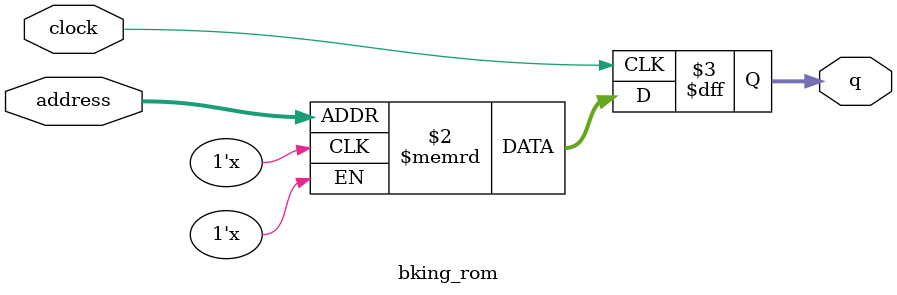
<source format=sv>
module bking_rom (
	input logic clock,
	input logic [11:0] address,
	output logic [1:0] q
);

logic [1:0] memory [0:3024] /* synthesis ram_init_file = "./bking/bking.COE" */;

always_ff @ (posedge clock) begin
	q <= memory[address];
end

endmodule

</source>
